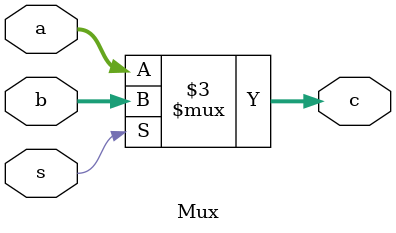
<source format=sv>
module Mux
    #(parameter width = 16)(
        input [width-1:0] a, b,
        input s,
      output reg[width-1:0] c
    );
    
    always @(*)
    begin
      if(s)
            c <= b;
        else
            c <= a;
    end
    
endmodule
</source>
